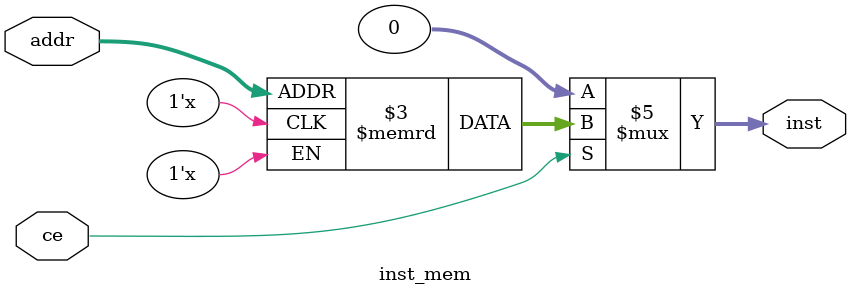
<source format=v>
`timescale 1ns / 1ps


module inst_mem(
    input              ce,
    input [31:0]       addr,
    output reg [31:0]  inst
);

reg [31:0] inst_memory [0:255];

//initial $readmemh ("inst_rom.data", inst_memory);

always @ (*) begin
    if(~ce)
        inst <= 0;  
    else
        inst <= inst_memory[addr];
end

endmodule

</source>
